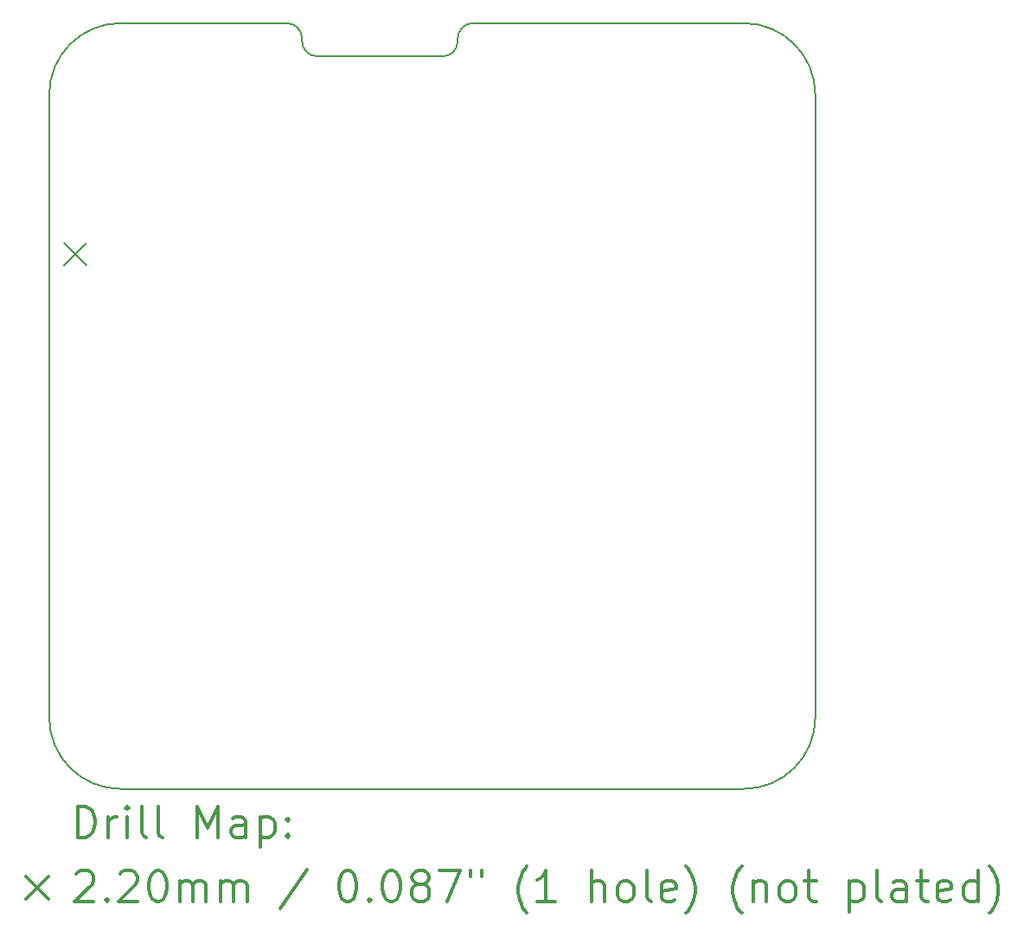
<source format=gbr>
%FSLAX45Y45*%
G04 Gerber Fmt 4.5, Leading zero omitted, Abs format (unit mm)*
G04 Created by KiCad (PCBNEW (5.0.2)-1) date 27.10.2019 17:27:43*
%MOMM*%
%LPD*%
G01*
G04 APERTURE LIST*
%ADD10C,0.150000*%
%ADD11C,0.200000*%
%ADD12C,0.300000*%
G04 APERTURE END LIST*
D10*
X12400000Y-7800000D02*
X12425000Y-7800000D01*
X14100000Y-7950000D02*
X14100000Y-7975000D01*
X12575000Y-7950000D02*
X12575000Y-7975000D01*
X12725000Y-8125000D02*
X13950000Y-8125000D01*
X13950000Y-8125000D02*
G75*
G03X14100000Y-7975000I0J150000D01*
G01*
X14250000Y-7800000D02*
G75*
G03X14100000Y-7950000I0J-150000D01*
G01*
X12575000Y-7975000D02*
G75*
G03X12725000Y-8125000I150000J0D01*
G01*
X12575000Y-7950000D02*
G75*
G03X12425000Y-7800000I-150000J0D01*
G01*
X10800000Y-7800000D02*
X12400000Y-7800000D01*
X14250000Y-7800000D02*
X16900000Y-7800000D01*
X10800000Y-15300000D02*
X16900000Y-15300000D01*
X10100000Y-8500000D02*
X10100000Y-14600000D01*
X17600000Y-14600000D02*
X17600000Y-8500000D01*
X17600000Y-8500000D02*
G75*
G03X16900000Y-7800000I-700000J0D01*
G01*
X10100000Y-14600000D02*
G75*
G03X10800000Y-15300000I700000J0D01*
G01*
X16900000Y-15300000D02*
G75*
G03X17600000Y-14600000I0J700000D01*
G01*
X10800000Y-7800000D02*
G75*
G03X10100000Y-8500000I0J-700000D01*
G01*
D11*
X10246800Y-9954800D02*
X10466800Y-10174800D01*
X10466800Y-9954800D02*
X10246800Y-10174800D01*
D12*
X10378928Y-15773214D02*
X10378928Y-15473214D01*
X10450357Y-15473214D01*
X10493214Y-15487500D01*
X10521786Y-15516071D01*
X10536071Y-15544643D01*
X10550357Y-15601786D01*
X10550357Y-15644643D01*
X10536071Y-15701786D01*
X10521786Y-15730357D01*
X10493214Y-15758929D01*
X10450357Y-15773214D01*
X10378928Y-15773214D01*
X10678928Y-15773214D02*
X10678928Y-15573214D01*
X10678928Y-15630357D02*
X10693214Y-15601786D01*
X10707500Y-15587500D01*
X10736071Y-15573214D01*
X10764643Y-15573214D01*
X10864643Y-15773214D02*
X10864643Y-15573214D01*
X10864643Y-15473214D02*
X10850357Y-15487500D01*
X10864643Y-15501786D01*
X10878928Y-15487500D01*
X10864643Y-15473214D01*
X10864643Y-15501786D01*
X11050357Y-15773214D02*
X11021786Y-15758929D01*
X11007500Y-15730357D01*
X11007500Y-15473214D01*
X11207500Y-15773214D02*
X11178928Y-15758929D01*
X11164643Y-15730357D01*
X11164643Y-15473214D01*
X11550357Y-15773214D02*
X11550357Y-15473214D01*
X11650357Y-15687500D01*
X11750357Y-15473214D01*
X11750357Y-15773214D01*
X12021786Y-15773214D02*
X12021786Y-15616071D01*
X12007500Y-15587500D01*
X11978928Y-15573214D01*
X11921786Y-15573214D01*
X11893214Y-15587500D01*
X12021786Y-15758929D02*
X11993214Y-15773214D01*
X11921786Y-15773214D01*
X11893214Y-15758929D01*
X11878928Y-15730357D01*
X11878928Y-15701786D01*
X11893214Y-15673214D01*
X11921786Y-15658929D01*
X11993214Y-15658929D01*
X12021786Y-15644643D01*
X12164643Y-15573214D02*
X12164643Y-15873214D01*
X12164643Y-15587500D02*
X12193214Y-15573214D01*
X12250357Y-15573214D01*
X12278928Y-15587500D01*
X12293214Y-15601786D01*
X12307500Y-15630357D01*
X12307500Y-15716071D01*
X12293214Y-15744643D01*
X12278928Y-15758929D01*
X12250357Y-15773214D01*
X12193214Y-15773214D01*
X12164643Y-15758929D01*
X12436071Y-15744643D02*
X12450357Y-15758929D01*
X12436071Y-15773214D01*
X12421786Y-15758929D01*
X12436071Y-15744643D01*
X12436071Y-15773214D01*
X12436071Y-15587500D02*
X12450357Y-15601786D01*
X12436071Y-15616071D01*
X12421786Y-15601786D01*
X12436071Y-15587500D01*
X12436071Y-15616071D01*
X9872500Y-16157500D02*
X10092500Y-16377500D01*
X10092500Y-16157500D02*
X9872500Y-16377500D01*
X10364643Y-16131786D02*
X10378928Y-16117500D01*
X10407500Y-16103214D01*
X10478928Y-16103214D01*
X10507500Y-16117500D01*
X10521786Y-16131786D01*
X10536071Y-16160357D01*
X10536071Y-16188929D01*
X10521786Y-16231786D01*
X10350357Y-16403214D01*
X10536071Y-16403214D01*
X10664643Y-16374643D02*
X10678928Y-16388929D01*
X10664643Y-16403214D01*
X10650357Y-16388929D01*
X10664643Y-16374643D01*
X10664643Y-16403214D01*
X10793214Y-16131786D02*
X10807500Y-16117500D01*
X10836071Y-16103214D01*
X10907500Y-16103214D01*
X10936071Y-16117500D01*
X10950357Y-16131786D01*
X10964643Y-16160357D01*
X10964643Y-16188929D01*
X10950357Y-16231786D01*
X10778928Y-16403214D01*
X10964643Y-16403214D01*
X11150357Y-16103214D02*
X11178928Y-16103214D01*
X11207500Y-16117500D01*
X11221786Y-16131786D01*
X11236071Y-16160357D01*
X11250357Y-16217500D01*
X11250357Y-16288929D01*
X11236071Y-16346071D01*
X11221786Y-16374643D01*
X11207500Y-16388929D01*
X11178928Y-16403214D01*
X11150357Y-16403214D01*
X11121786Y-16388929D01*
X11107500Y-16374643D01*
X11093214Y-16346071D01*
X11078928Y-16288929D01*
X11078928Y-16217500D01*
X11093214Y-16160357D01*
X11107500Y-16131786D01*
X11121786Y-16117500D01*
X11150357Y-16103214D01*
X11378928Y-16403214D02*
X11378928Y-16203214D01*
X11378928Y-16231786D02*
X11393214Y-16217500D01*
X11421786Y-16203214D01*
X11464643Y-16203214D01*
X11493214Y-16217500D01*
X11507500Y-16246071D01*
X11507500Y-16403214D01*
X11507500Y-16246071D02*
X11521786Y-16217500D01*
X11550357Y-16203214D01*
X11593214Y-16203214D01*
X11621786Y-16217500D01*
X11636071Y-16246071D01*
X11636071Y-16403214D01*
X11778928Y-16403214D02*
X11778928Y-16203214D01*
X11778928Y-16231786D02*
X11793214Y-16217500D01*
X11821786Y-16203214D01*
X11864643Y-16203214D01*
X11893214Y-16217500D01*
X11907500Y-16246071D01*
X11907500Y-16403214D01*
X11907500Y-16246071D02*
X11921786Y-16217500D01*
X11950357Y-16203214D01*
X11993214Y-16203214D01*
X12021786Y-16217500D01*
X12036071Y-16246071D01*
X12036071Y-16403214D01*
X12621786Y-16088929D02*
X12364643Y-16474643D01*
X13007500Y-16103214D02*
X13036071Y-16103214D01*
X13064643Y-16117500D01*
X13078928Y-16131786D01*
X13093214Y-16160357D01*
X13107500Y-16217500D01*
X13107500Y-16288929D01*
X13093214Y-16346071D01*
X13078928Y-16374643D01*
X13064643Y-16388929D01*
X13036071Y-16403214D01*
X13007500Y-16403214D01*
X12978928Y-16388929D01*
X12964643Y-16374643D01*
X12950357Y-16346071D01*
X12936071Y-16288929D01*
X12936071Y-16217500D01*
X12950357Y-16160357D01*
X12964643Y-16131786D01*
X12978928Y-16117500D01*
X13007500Y-16103214D01*
X13236071Y-16374643D02*
X13250357Y-16388929D01*
X13236071Y-16403214D01*
X13221786Y-16388929D01*
X13236071Y-16374643D01*
X13236071Y-16403214D01*
X13436071Y-16103214D02*
X13464643Y-16103214D01*
X13493214Y-16117500D01*
X13507500Y-16131786D01*
X13521786Y-16160357D01*
X13536071Y-16217500D01*
X13536071Y-16288929D01*
X13521786Y-16346071D01*
X13507500Y-16374643D01*
X13493214Y-16388929D01*
X13464643Y-16403214D01*
X13436071Y-16403214D01*
X13407500Y-16388929D01*
X13393214Y-16374643D01*
X13378928Y-16346071D01*
X13364643Y-16288929D01*
X13364643Y-16217500D01*
X13378928Y-16160357D01*
X13393214Y-16131786D01*
X13407500Y-16117500D01*
X13436071Y-16103214D01*
X13707500Y-16231786D02*
X13678928Y-16217500D01*
X13664643Y-16203214D01*
X13650357Y-16174643D01*
X13650357Y-16160357D01*
X13664643Y-16131786D01*
X13678928Y-16117500D01*
X13707500Y-16103214D01*
X13764643Y-16103214D01*
X13793214Y-16117500D01*
X13807500Y-16131786D01*
X13821786Y-16160357D01*
X13821786Y-16174643D01*
X13807500Y-16203214D01*
X13793214Y-16217500D01*
X13764643Y-16231786D01*
X13707500Y-16231786D01*
X13678928Y-16246071D01*
X13664643Y-16260357D01*
X13650357Y-16288929D01*
X13650357Y-16346071D01*
X13664643Y-16374643D01*
X13678928Y-16388929D01*
X13707500Y-16403214D01*
X13764643Y-16403214D01*
X13793214Y-16388929D01*
X13807500Y-16374643D01*
X13821786Y-16346071D01*
X13821786Y-16288929D01*
X13807500Y-16260357D01*
X13793214Y-16246071D01*
X13764643Y-16231786D01*
X13921786Y-16103214D02*
X14121786Y-16103214D01*
X13993214Y-16403214D01*
X14221786Y-16103214D02*
X14221786Y-16160357D01*
X14336071Y-16103214D02*
X14336071Y-16160357D01*
X14778928Y-16517500D02*
X14764643Y-16503214D01*
X14736071Y-16460357D01*
X14721786Y-16431786D01*
X14707500Y-16388929D01*
X14693214Y-16317500D01*
X14693214Y-16260357D01*
X14707500Y-16188929D01*
X14721786Y-16146071D01*
X14736071Y-16117500D01*
X14764643Y-16074643D01*
X14778928Y-16060357D01*
X15050357Y-16403214D02*
X14878928Y-16403214D01*
X14964643Y-16403214D02*
X14964643Y-16103214D01*
X14936071Y-16146071D01*
X14907500Y-16174643D01*
X14878928Y-16188929D01*
X15407500Y-16403214D02*
X15407500Y-16103214D01*
X15536071Y-16403214D02*
X15536071Y-16246071D01*
X15521786Y-16217500D01*
X15493214Y-16203214D01*
X15450357Y-16203214D01*
X15421786Y-16217500D01*
X15407500Y-16231786D01*
X15721786Y-16403214D02*
X15693214Y-16388929D01*
X15678928Y-16374643D01*
X15664643Y-16346071D01*
X15664643Y-16260357D01*
X15678928Y-16231786D01*
X15693214Y-16217500D01*
X15721786Y-16203214D01*
X15764643Y-16203214D01*
X15793214Y-16217500D01*
X15807500Y-16231786D01*
X15821786Y-16260357D01*
X15821786Y-16346071D01*
X15807500Y-16374643D01*
X15793214Y-16388929D01*
X15764643Y-16403214D01*
X15721786Y-16403214D01*
X15993214Y-16403214D02*
X15964643Y-16388929D01*
X15950357Y-16360357D01*
X15950357Y-16103214D01*
X16221786Y-16388929D02*
X16193214Y-16403214D01*
X16136071Y-16403214D01*
X16107500Y-16388929D01*
X16093214Y-16360357D01*
X16093214Y-16246071D01*
X16107500Y-16217500D01*
X16136071Y-16203214D01*
X16193214Y-16203214D01*
X16221786Y-16217500D01*
X16236071Y-16246071D01*
X16236071Y-16274643D01*
X16093214Y-16303214D01*
X16336071Y-16517500D02*
X16350357Y-16503214D01*
X16378928Y-16460357D01*
X16393214Y-16431786D01*
X16407500Y-16388929D01*
X16421786Y-16317500D01*
X16421786Y-16260357D01*
X16407500Y-16188929D01*
X16393214Y-16146071D01*
X16378928Y-16117500D01*
X16350357Y-16074643D01*
X16336071Y-16060357D01*
X16878928Y-16517500D02*
X16864643Y-16503214D01*
X16836071Y-16460357D01*
X16821786Y-16431786D01*
X16807500Y-16388929D01*
X16793214Y-16317500D01*
X16793214Y-16260357D01*
X16807500Y-16188929D01*
X16821786Y-16146071D01*
X16836071Y-16117500D01*
X16864643Y-16074643D01*
X16878928Y-16060357D01*
X16993214Y-16203214D02*
X16993214Y-16403214D01*
X16993214Y-16231786D02*
X17007500Y-16217500D01*
X17036071Y-16203214D01*
X17078928Y-16203214D01*
X17107500Y-16217500D01*
X17121786Y-16246071D01*
X17121786Y-16403214D01*
X17307500Y-16403214D02*
X17278928Y-16388929D01*
X17264643Y-16374643D01*
X17250357Y-16346071D01*
X17250357Y-16260357D01*
X17264643Y-16231786D01*
X17278928Y-16217500D01*
X17307500Y-16203214D01*
X17350357Y-16203214D01*
X17378928Y-16217500D01*
X17393214Y-16231786D01*
X17407500Y-16260357D01*
X17407500Y-16346071D01*
X17393214Y-16374643D01*
X17378928Y-16388929D01*
X17350357Y-16403214D01*
X17307500Y-16403214D01*
X17493214Y-16203214D02*
X17607500Y-16203214D01*
X17536071Y-16103214D02*
X17536071Y-16360357D01*
X17550357Y-16388929D01*
X17578928Y-16403214D01*
X17607500Y-16403214D01*
X17936071Y-16203214D02*
X17936071Y-16503214D01*
X17936071Y-16217500D02*
X17964643Y-16203214D01*
X18021786Y-16203214D01*
X18050357Y-16217500D01*
X18064643Y-16231786D01*
X18078928Y-16260357D01*
X18078928Y-16346071D01*
X18064643Y-16374643D01*
X18050357Y-16388929D01*
X18021786Y-16403214D01*
X17964643Y-16403214D01*
X17936071Y-16388929D01*
X18250357Y-16403214D02*
X18221786Y-16388929D01*
X18207500Y-16360357D01*
X18207500Y-16103214D01*
X18493214Y-16403214D02*
X18493214Y-16246071D01*
X18478928Y-16217500D01*
X18450357Y-16203214D01*
X18393214Y-16203214D01*
X18364643Y-16217500D01*
X18493214Y-16388929D02*
X18464643Y-16403214D01*
X18393214Y-16403214D01*
X18364643Y-16388929D01*
X18350357Y-16360357D01*
X18350357Y-16331786D01*
X18364643Y-16303214D01*
X18393214Y-16288929D01*
X18464643Y-16288929D01*
X18493214Y-16274643D01*
X18593214Y-16203214D02*
X18707500Y-16203214D01*
X18636071Y-16103214D02*
X18636071Y-16360357D01*
X18650357Y-16388929D01*
X18678928Y-16403214D01*
X18707500Y-16403214D01*
X18921786Y-16388929D02*
X18893214Y-16403214D01*
X18836071Y-16403214D01*
X18807500Y-16388929D01*
X18793214Y-16360357D01*
X18793214Y-16246071D01*
X18807500Y-16217500D01*
X18836071Y-16203214D01*
X18893214Y-16203214D01*
X18921786Y-16217500D01*
X18936071Y-16246071D01*
X18936071Y-16274643D01*
X18793214Y-16303214D01*
X19193214Y-16403214D02*
X19193214Y-16103214D01*
X19193214Y-16388929D02*
X19164643Y-16403214D01*
X19107500Y-16403214D01*
X19078928Y-16388929D01*
X19064643Y-16374643D01*
X19050357Y-16346071D01*
X19050357Y-16260357D01*
X19064643Y-16231786D01*
X19078928Y-16217500D01*
X19107500Y-16203214D01*
X19164643Y-16203214D01*
X19193214Y-16217500D01*
X19307500Y-16517500D02*
X19321786Y-16503214D01*
X19350357Y-16460357D01*
X19364643Y-16431786D01*
X19378928Y-16388929D01*
X19393214Y-16317500D01*
X19393214Y-16260357D01*
X19378928Y-16188929D01*
X19364643Y-16146071D01*
X19350357Y-16117500D01*
X19321786Y-16074643D01*
X19307500Y-16060357D01*
M02*

</source>
